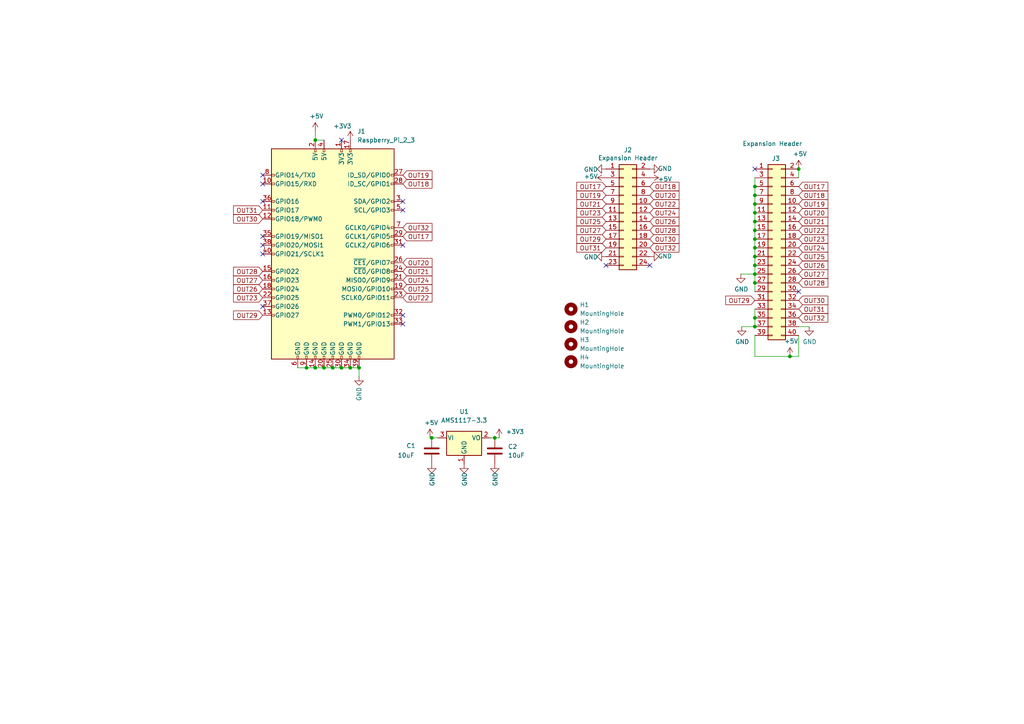
<source format=kicad_sch>
(kicad_sch (version 20211123) (generator eeschema)
  (paper "A4")
  (title_block (title "Input2Expansion") (date "2022-04-21") (rev "v2") (company "Scott Hanson"))
  (lib_symbols
    (symbol "Connector:Raspberry_Pi_2_3" (pin_names (offset 1.016))
      (property "Reference" "J" (at -17.78 31.75 0))
      (property "Value" "Raspberry_Pi_2_3" (at 10.16 -31.75 0))
      (symbol "Raspberry_Pi_2_3_0_1"
        (rectangle (start -17.78 30.48) (end 17.78 -30.48) (stroke (width 0.254)) (fill (type background)))
      )
      (symbol "Raspberry_Pi_2_3_1_1"
        (rectangle (start -16.891 -17.526) (end -17.78 -18.034))
        (rectangle (start -16.891 -14.986) (end -17.78 -15.494))
        (rectangle (start -16.891 -12.446) (end -17.78 -12.954))
        (rectangle (start -16.891 -9.906) (end -17.78 -10.414))
        (rectangle (start -16.891 -7.366) (end -17.78 -7.874))
        (rectangle (start -16.891 -4.826) (end -17.78 -5.334))
        (rectangle (start -16.891 0.254) (end -17.78 -0.254))
        (rectangle (start -16.891 2.794) (end -17.78 2.286))
        (rectangle (start -16.891 5.334) (end -17.78 4.826))
        (rectangle (start -16.891 10.414) (end -17.78 9.906))
        (rectangle (start -16.891 12.954) (end -17.78 12.446))
        (rectangle (start -16.891 15.494) (end -17.78 14.986))
        (rectangle (start -16.891 20.574) (end -17.78 20.066))
        (rectangle (start -16.891 23.114) (end -17.78 22.606))
        (rectangle (start -10.414 -29.591) (end -9.906 -30.48))
        (rectangle (start -7.874 -29.591) (end -7.366 -30.48))
        (rectangle (start -5.334 -29.591) (end -4.826 -30.48))
        (rectangle (start -5.334 30.48) (end -4.826 29.591))
        (rectangle (start -2.794 -29.591) (end -2.286 -30.48))
        (rectangle (start -2.794 30.48) (end -2.286 29.591))
        (rectangle (start -0.254 -29.591) (end 0.254 -30.48))
        (rectangle (start 2.286 -29.591) (end 2.794 -30.48))
        (rectangle (start 2.286 30.48) (end 2.794 29.591))
        (rectangle (start 4.826 -29.591) (end 5.334 -30.48))
        (rectangle (start 4.826 30.48) (end 5.334 29.591))
        (rectangle (start 7.366 -29.591) (end 7.874 -30.48))
        (rectangle (start 17.78 -20.066) (end 16.891 -20.574))
        (rectangle (start 17.78 -17.526) (end 16.891 -18.034))
        (rectangle (start 17.78 -12.446) (end 16.891 -12.954))
        (rectangle (start 17.78 -9.906) (end 16.891 -10.414))
        (rectangle (start 17.78 -7.366) (end 16.891 -7.874))
        (rectangle (start 17.78 -4.826) (end 16.891 -5.334))
        (rectangle (start 17.78 -2.286) (end 16.891 -2.794))
        (rectangle (start 17.78 2.794) (end 16.891 2.286))
        (rectangle (start 17.78 5.334) (end 16.891 4.826))
        (rectangle (start 17.78 7.874) (end 16.891 7.366))
        (rectangle (start 17.78 12.954) (end 16.891 12.446))
        (rectangle (start 17.78 15.494) (end 16.891 14.986))
        (rectangle (start 17.78 20.574) (end 16.891 20.066))
        (rectangle (start 17.78 23.114) (end 16.891 22.606))
        (pin power_in line (at 2.54 33.02 270) (length 2.54) (name "3V3") (number "1"))
        (pin bidirectional line (at -20.32 20.32 0) (length 2.54) (name "GPIO15/RXD") (number "10"))
        (pin bidirectional line (at -20.32 12.7 0) (length 2.54) (name "GPIO17") (number "11"))
        (pin bidirectional line (at -20.32 10.16 0) (length 2.54) (name "GPIO18/PWM0") (number "12"))
        (pin bidirectional line (at -20.32 -17.78 0) (length 2.54) (name "GPIO27") (number "13"))
        (pin power_in line (at -5.08 -33.02 90) (length 2.54) (name "GND") (number "14"))
        (pin bidirectional line (at -20.32 -5.08 0) (length 2.54) (name "GPIO22") (number "15"))
        (pin bidirectional line (at -20.32 -7.62 0) (length 2.54) (name "GPIO23") (number "16"))
        (pin power_in line (at 5.08 33.02 270) (length 2.54) (name "3V3") (number "17"))
        (pin bidirectional line (at -20.32 -10.16 0) (length 2.54) (name "GPIO24") (number "18"))
        (pin bidirectional line (at 20.32 -10.16 180) (length 2.54) (name "MOSI0/GPIO10") (number "19"))
        (pin power_in line (at -5.08 33.02 270) (length 2.54) (name "5V") (number "2"))
        (pin power_in line (at -2.54 -33.02 90) (length 2.54) (name "GND") (number "20"))
        (pin bidirectional line (at 20.32 -7.62 180) (length 2.54) (name "MISO0/GPIO9") (number "21"))
        (pin bidirectional line (at -20.32 -12.7 0) (length 2.54) (name "GPIO25") (number "22"))
        (pin bidirectional line (at 20.32 -12.7 180) (length 2.54) (name "SCLK0/GPIO11") (number "23"))
        (pin bidirectional line (at 20.32 -5.08 180) (length 2.54) (name "~{CE0}/GPIO8") (number "24"))
        (pin power_in line (at 0 -33.02 90) (length 2.54) (name "GND") (number "25"))
        (pin bidirectional line (at 20.32 -2.54 180) (length 2.54) (name "~{CE1}/GPIO7") (number "26"))
        (pin bidirectional line (at 20.32 22.86 180) (length 2.54) (name "ID_SD/GPIO0") (number "27"))
        (pin bidirectional line (at 20.32 20.32 180) (length 2.54) (name "ID_SC/GPIO1") (number "28"))
        (pin bidirectional line (at 20.32 5.08 180) (length 2.54) (name "GCLK1/GPIO5") (number "29"))
        (pin bidirectional line (at 20.32 15.24 180) (length 2.54) (name "SDA/GPIO2") (number "3"))
        (pin power_in line (at 2.54 -33.02 90) (length 2.54) (name "GND") (number "30"))
        (pin bidirectional line (at 20.32 2.54 180) (length 2.54) (name "GCLK2/GPIO6") (number "31"))
        (pin bidirectional line (at 20.32 -17.78 180) (length 2.54) (name "PWM0/GPIO12") (number "32"))
        (pin bidirectional line (at 20.32 -20.32 180) (length 2.54) (name "PWM1/GPIO13") (number "33"))
        (pin power_in line (at 5.08 -33.02 90) (length 2.54) (name "GND") (number "34"))
        (pin bidirectional line (at -20.32 5.08 0) (length 2.54) (name "GPIO19/MISO1") (number "35"))
        (pin bidirectional line (at -20.32 15.24 0) (length 2.54) (name "GPIO16") (number "36"))
        (pin bidirectional line (at -20.32 -15.24 0) (length 2.54) (name "GPIO26") (number "37"))
        (pin bidirectional line (at -20.32 2.54 0) (length 2.54) (name "GPIO20/MOSI1") (number "38"))
        (pin power_in line (at 7.62 -33.02 90) (length 2.54) (name "GND") (number "39"))
        (pin power_in line (at -2.54 33.02 270) (length 2.54) (name "5V") (number "4"))
        (pin bidirectional line (at -20.32 0 0) (length 2.54) (name "GPIO21/SCLK1") (number "40"))
        (pin bidirectional line (at 20.32 12.7 180) (length 2.54) (name "SCL/GPIO3") (number "5"))
        (pin power_in line (at -10.16 -33.02 90) (length 2.54) (name "GND") (number "6"))
        (pin bidirectional line (at 20.32 7.62 180) (length 2.54) (name "GCLK0/GPIO4") (number "7"))
        (pin bidirectional line (at -20.32 22.86 0) (length 2.54) (name "GPIO14/TXD") (number "8"))
        (pin power_in line (at -7.62 -33.02 90) (length 2.54) (name "GND") (number "9"))
      )
    )
    (symbol "Connector_Generic:Conn_02x12_Odd_Even" (pin_names (offset 1.016) hide)
      (property "Reference" "J" (at 1.27 15.24 0))
      (property "Value" "Conn_02x12_Odd_Even" (at 1.27 -17.78 0))
      (symbol "Conn_02x12_Odd_Even_1_1"
        (rectangle (start -1.27 -15.113) (end 0 -15.367) (stroke (width 0.1524)))
        (rectangle (start -1.27 -12.573) (end 0 -12.827) (stroke (width 0.1524)))
        (rectangle (start -1.27 -10.033) (end 0 -10.287) (stroke (width 0.1524)))
        (rectangle (start -1.27 -7.493) (end 0 -7.747) (stroke (width 0.1524)))
        (rectangle (start -1.27 -4.953) (end 0 -5.207) (stroke (width 0.1524)))
        (rectangle (start -1.27 -2.413) (end 0 -2.667) (stroke (width 0.1524)))
        (rectangle (start -1.27 0.127) (end 0 -0.127) (stroke (width 0.1524)))
        (rectangle (start -1.27 2.667) (end 0 2.413) (stroke (width 0.1524)))
        (rectangle (start -1.27 5.207) (end 0 4.953) (stroke (width 0.1524)))
        (rectangle (start -1.27 7.747) (end 0 7.493) (stroke (width 0.1524)))
        (rectangle (start -1.27 10.287) (end 0 10.033) (stroke (width 0.1524)))
        (rectangle (start -1.27 12.827) (end 0 12.573) (stroke (width 0.1524)))
        (rectangle (start -1.27 13.97) (end 3.81 -16.51) (stroke (width 0.254)) (fill (type background)))
        (rectangle (start 3.81 -15.113) (end 2.54 -15.367) (stroke (width 0.1524)))
        (rectangle (start 3.81 -12.573) (end 2.54 -12.827) (stroke (width 0.1524)))
        (rectangle (start 3.81 -10.033) (end 2.54 -10.287) (stroke (width 0.1524)))
        (rectangle (start 3.81 -7.493) (end 2.54 -7.747) (stroke (width 0.1524)))
        (rectangle (start 3.81 -4.953) (end 2.54 -5.207) (stroke (width 0.1524)))
        (rectangle (start 3.81 -2.413) (end 2.54 -2.667) (stroke (width 0.1524)))
        (rectangle (start 3.81 0.127) (end 2.54 -0.127) (stroke (width 0.1524)))
        (rectangle (start 3.81 2.667) (end 2.54 2.413) (stroke (width 0.1524)))
        (rectangle (start 3.81 5.207) (end 2.54 4.953) (stroke (width 0.1524)))
        (rectangle (start 3.81 7.747) (end 2.54 7.493) (stroke (width 0.1524)))
        (rectangle (start 3.81 10.287) (end 2.54 10.033) (stroke (width 0.1524)))
        (rectangle (start 3.81 12.827) (end 2.54 12.573) (stroke (width 0.1524)))
        (pin passive line (at -5.08 12.7 0) (length 3.81) (name "Pin_1") (number "1"))
        (pin passive line (at 7.62 2.54 180) (length 3.81) (name "Pin_10") (number "10"))
        (pin passive line (at -5.08 0 0) (length 3.81) (name "Pin_11") (number "11"))
        (pin passive line (at 7.62 0 180) (length 3.81) (name "Pin_12") (number "12"))
        (pin passive line (at -5.08 -2.54 0) (length 3.81) (name "Pin_13") (number "13"))
        (pin passive line (at 7.62 -2.54 180) (length 3.81) (name "Pin_14") (number "14"))
        (pin passive line (at -5.08 -5.08 0) (length 3.81) (name "Pin_15") (number "15"))
        (pin passive line (at 7.62 -5.08 180) (length 3.81) (name "Pin_16") (number "16"))
        (pin passive line (at -5.08 -7.62 0) (length 3.81) (name "Pin_17") (number "17"))
        (pin passive line (at 7.62 -7.62 180) (length 3.81) (name "Pin_18") (number "18"))
        (pin passive line (at -5.08 -10.16 0) (length 3.81) (name "Pin_19") (number "19"))
        (pin passive line (at 7.62 12.7 180) (length 3.81) (name "Pin_2") (number "2"))
        (pin passive line (at 7.62 -10.16 180) (length 3.81) (name "Pin_20") (number "20"))
        (pin passive line (at -5.08 -12.7 0) (length 3.81) (name "Pin_21") (number "21"))
        (pin passive line (at 7.62 -12.7 180) (length 3.81) (name "Pin_22") (number "22"))
        (pin passive line (at -5.08 -15.24 0) (length 3.81) (name "Pin_23") (number "23"))
        (pin passive line (at 7.62 -15.24 180) (length 3.81) (name "Pin_24") (number "24"))
        (pin passive line (at -5.08 10.16 0) (length 3.81) (name "Pin_3") (number "3"))
        (pin passive line (at 7.62 10.16 180) (length 3.81) (name "Pin_4") (number "4"))
        (pin passive line (at -5.08 7.62 0) (length 3.81) (name "Pin_5") (number "5"))
        (pin passive line (at 7.62 7.62 180) (length 3.81) (name "Pin_6") (number "6"))
        (pin passive line (at -5.08 5.08 0) (length 3.81) (name "Pin_7") (number "7"))
        (pin passive line (at 7.62 5.08 180) (length 3.81) (name "Pin_8") (number "8"))
        (pin passive line (at -5.08 2.54 0) (length 3.81) (name "Pin_9") (number "9"))
      )
    )
    (symbol "Connector_Generic:Conn_02x20_Odd_Even" (pin_names (offset 1.016) hide)
      (property "Reference" "J" (at 1.27 25.4 0))
      (property "Value" "Conn_02x20_Odd_Even" (at 1.27 -27.94 0))
      (symbol "Conn_02x20_Odd_Even_1_1"
        (rectangle (start -1.27 -25.273) (end 0 -25.527) (stroke (width 0.1524)))
        (rectangle (start -1.27 -22.733) (end 0 -22.987) (stroke (width 0.1524)))
        (rectangle (start -1.27 -20.193) (end 0 -20.447) (stroke (width 0.1524)))
        (rectangle (start -1.27 -17.653) (end 0 -17.907) (stroke (width 0.1524)))
        (rectangle (start -1.27 -15.113) (end 0 -15.367) (stroke (width 0.1524)))
        (rectangle (start -1.27 -12.573) (end 0 -12.827) (stroke (width 0.1524)))
        (rectangle (start -1.27 -10.033) (end 0 -10.287) (stroke (width 0.1524)))
        (rectangle (start -1.27 -7.493) (end 0 -7.747) (stroke (width 0.1524)))
        (rectangle (start -1.27 -4.953) (end 0 -5.207) (stroke (width 0.1524)))
        (rectangle (start -1.27 -2.413) (end 0 -2.667) (stroke (width 0.1524)))
        (rectangle (start -1.27 0.127) (end 0 -0.127) (stroke (width 0.1524)))
        (rectangle (start -1.27 2.667) (end 0 2.413) (stroke (width 0.1524)))
        (rectangle (start -1.27 5.207) (end 0 4.953) (stroke (width 0.1524)))
        (rectangle (start -1.27 7.747) (end 0 7.493) (stroke (width 0.1524)))
        (rectangle (start -1.27 10.287) (end 0 10.033) (stroke (width 0.1524)))
        (rectangle (start -1.27 12.827) (end 0 12.573) (stroke (width 0.1524)))
        (rectangle (start -1.27 15.367) (end 0 15.113) (stroke (width 0.1524)))
        (rectangle (start -1.27 17.907) (end 0 17.653) (stroke (width 0.1524)))
        (rectangle (start -1.27 20.447) (end 0 20.193) (stroke (width 0.1524)))
        (rectangle (start -1.27 22.987) (end 0 22.733) (stroke (width 0.1524)))
        (rectangle (start -1.27 24.13) (end 3.81 -26.67) (stroke (width 0.254)) (fill (type background)))
        (rectangle (start 3.81 -25.273) (end 2.54 -25.527) (stroke (width 0.1524)))
        (rectangle (start 3.81 -22.733) (end 2.54 -22.987) (stroke (width 0.1524)))
        (rectangle (start 3.81 -20.193) (end 2.54 -20.447) (stroke (width 0.1524)))
        (rectangle (start 3.81 -17.653) (end 2.54 -17.907) (stroke (width 0.1524)))
        (rectangle (start 3.81 -15.113) (end 2.54 -15.367) (stroke (width 0.1524)))
        (rectangle (start 3.81 -12.573) (end 2.54 -12.827) (stroke (width 0.1524)))
        (rectangle (start 3.81 -10.033) (end 2.54 -10.287) (stroke (width 0.1524)))
        (rectangle (start 3.81 -7.493) (end 2.54 -7.747) (stroke (width 0.1524)))
        (rectangle (start 3.81 -4.953) (end 2.54 -5.207) (stroke (width 0.1524)))
        (rectangle (start 3.81 -2.413) (end 2.54 -2.667) (stroke (width 0.1524)))
        (rectangle (start 3.81 0.127) (end 2.54 -0.127) (stroke (width 0.1524)))
        (rectangle (start 3.81 2.667) (end 2.54 2.413) (stroke (width 0.1524)))
        (rectangle (start 3.81 5.207) (end 2.54 4.953) (stroke (width 0.1524)))
        (rectangle (start 3.81 7.747) (end 2.54 7.493) (stroke (width 0.1524)))
        (rectangle (start 3.81 10.287) (end 2.54 10.033) (stroke (width 0.1524)))
        (rectangle (start 3.81 12.827) (end 2.54 12.573) (stroke (width 0.1524)))
        (rectangle (start 3.81 15.367) (end 2.54 15.113) (stroke (width 0.1524)))
        (rectangle (start 3.81 17.907) (end 2.54 17.653) (stroke (width 0.1524)))
        (rectangle (start 3.81 20.447) (end 2.54 20.193) (stroke (width 0.1524)))
        (rectangle (start 3.81 22.987) (end 2.54 22.733) (stroke (width 0.1524)))
        (pin passive line (at -5.08 22.86 0) (length 3.81) (name "Pin_1") (number "1"))
        (pin passive line (at 7.62 12.7 180) (length 3.81) (name "Pin_10") (number "10"))
        (pin passive line (at -5.08 10.16 0) (length 3.81) (name "Pin_11") (number "11"))
        (pin passive line (at 7.62 10.16 180) (length 3.81) (name "Pin_12") (number "12"))
        (pin passive line (at -5.08 7.62 0) (length 3.81) (name "Pin_13") (number "13"))
        (pin passive line (at 7.62 7.62 180) (length 3.81) (name "Pin_14") (number "14"))
        (pin passive line (at -5.08 5.08 0) (length 3.81) (name "Pin_15") (number "15"))
        (pin passive line (at 7.62 5.08 180) (length 3.81) (name "Pin_16") (number "16"))
        (pin passive line (at -5.08 2.54 0) (length 3.81) (name "Pin_17") (number "17"))
        (pin passive line (at 7.62 2.54 180) (length 3.81) (name "Pin_18") (number "18"))
        (pin passive line (at -5.08 0 0) (length 3.81) (name "Pin_19") (number "19"))
        (pin passive line (at 7.62 22.86 180) (length 3.81) (name "Pin_2") (number "2"))
        (pin passive line (at 7.62 0 180) (length 3.81) (name "Pin_20") (number "20"))
        (pin passive line (at -5.08 -2.54 0) (length 3.81) (name "Pin_21") (number "21"))
        (pin passive line (at 7.62 -2.54 180) (length 3.81) (name "Pin_22") (number "22"))
        (pin passive line (at -5.08 -5.08 0) (length 3.81) (name "Pin_23") (number "23"))
        (pin passive line (at 7.62 -5.08 180) (length 3.81) (name "Pin_24") (number "24"))
        (pin passive line (at -5.08 -7.62 0) (length 3.81) (name "Pin_25") (number "25"))
        (pin passive line (at 7.62 -7.62 180) (length 3.81) (name "Pin_26") (number "26"))
        (pin passive line (at -5.08 -10.16 0) (length 3.81) (name "Pin_27") (number "27"))
        (pin passive line (at 7.62 -10.16 180) (length 3.81) (name "Pin_28") (number "28"))
        (pin passive line (at -5.08 -12.7 0) (length 3.81) (name "Pin_29") (number "29"))
        (pin passive line (at -5.08 20.32 0) (length 3.81) (name "Pin_3") (number "3"))
        (pin passive line (at 7.62 -12.7 180) (length 3.81) (name "Pin_30") (number "30"))
        (pin passive line (at -5.08 -15.24 0) (length 3.81) (name "Pin_31") (number "31"))
        (pin passive line (at 7.62 -15.24 180) (length 3.81) (name "Pin_32") (number "32"))
        (pin passive line (at -5.08 -17.78 0) (length 3.81) (name "Pin_33") (number "33"))
        (pin passive line (at 7.62 -17.78 180) (length 3.81) (name "Pin_34") (number "34"))
        (pin passive line (at -5.08 -20.32 0) (length 3.81) (name "Pin_35") (number "35"))
        (pin passive line (at 7.62 -20.32 180) (length 3.81) (name "Pin_36") (number "36"))
        (pin passive line (at -5.08 -22.86 0) (length 3.81) (name "Pin_37") (number "37"))
        (pin passive line (at 7.62 -22.86 180) (length 3.81) (name "Pin_38") (number "38"))
        (pin passive line (at -5.08 -25.4 0) (length 3.81) (name "Pin_39") (number "39"))
        (pin passive line (at 7.62 20.32 180) (length 3.81) (name "Pin_4") (number "4"))
        (pin passive line (at 7.62 -25.4 180) (length 3.81) (name "Pin_40") (number "40"))
        (pin passive line (at -5.08 17.78 0) (length 3.81) (name "Pin_5") (number "5"))
        (pin passive line (at 7.62 17.78 180) (length 3.81) (name "Pin_6") (number "6"))
        (pin passive line (at -5.08 15.24 0) (length 3.81) (name "Pin_7") (number "7"))
        (pin passive line (at 7.62 15.24 180) (length 3.81) (name "Pin_8") (number "8"))
        (pin passive line (at -5.08 12.7 0) (length 3.81) (name "Pin_9") (number "9"))
      )
    )
    (symbol "Device:C" (pin_numbers hide) (pin_names (offset 0.254))
      (property "Reference" "C" (at 0.635 2.54 0))
      (property "Value" "C" (at 0.635 -2.54 0))
      (symbol "C_0_1"
        (polyline (pts (xy -2.032 -0.762) (xy 2.032 -0.762)) (stroke (width 0.508)))
        (polyline (pts (xy -2.032 0.762) (xy 2.032 0.762)) (stroke (width 0.508)))
      )
      (symbol "C_1_1"
        (pin passive line (at 0 3.81 270) (length 2.794) (name "~") (number "1"))
        (pin passive line (at 0 -3.81 90) (length 2.794) (name "~") (number "2"))
      )
    )
    (symbol "Mechanical:MountingHole" (pin_names (offset 1.016))
      (property "Reference" "H" (at 0 5.08 0))
      (property "Value" "MountingHole" (at 0 3.175 0))
      (symbol "MountingHole_0_1"
        (circle (center 0 0) (radius 1.27) (stroke (width 1.27)))
      )
    )
    (symbol "Regulator_Linear:AMS1117-3.3" (pin_names (offset 0.254))
      (property "Reference" "U" (at -3.81 3.175 0))
      (property "Value" "AMS1117-3.3" (at 0 3.175 0))
      (symbol "AMS1117-3.3_0_1"
        (rectangle (start -5.08 -5.08) (end 5.08 1.905) (stroke (width 0.254)) (fill (type background)))
      )
      (symbol "AMS1117-3.3_1_1"
        (pin power_in line (at 0 -7.62 90) (length 2.54) (name "GND") (number "1"))
        (pin power_out line (at 7.62 0 180) (length 2.54) (name "VO") (number "2"))
        (pin power_in line (at -7.62 0 0) (length 2.54) (name "VI") (number "3"))
      )
    )
    (symbol "power:+3.3V" (power) (pin_names (offset 0))
      (property "Value" "+3.3V" (at 0 3.556 0))
      (symbol "+3.3V_0_1"
        (polyline (pts (xy -0.762 1.27) (xy 0 2.54)))
        (polyline (pts (xy 0 0) (xy 0 2.54)))
        (polyline (pts (xy 0 2.54) (xy 0.762 1.27)))
      )
      (symbol "+3.3V_1_1"
        (pin power_in line (at 0 0 90) (length 0) hide (name "+3V3") (number "1"))
      )
    )
    (symbol "power:+5V" (power) (pin_names (offset 0))
      (property "Value" "+5V" (at 0 3.556 0))
      (symbol "+5V_0_1"
        (polyline (pts (xy -0.762 1.27) (xy 0 2.54)))
        (polyline (pts (xy 0 0) (xy 0 2.54)))
        (polyline (pts (xy 0 2.54) (xy 0.762 1.27)))
      )
      (symbol "+5V_1_1"
        (pin power_in line (at 0 0 90) (length 0) hide (name "+5V") (number "1"))
      )
    )
    (symbol "power:GND" (power) (pin_names (offset 0))
      (property "Value" "GND" (at 0 -3.81 0))
      (symbol "GND_0_1"
        (polyline (pts (xy 0 0) (xy 0 -1.27) (xy 1.27 -1.27) (xy 0 -2.54) (xy -1.27 -1.27) (xy 0 -1.27)))
      )
      (symbol "GND_1_1"
        (pin power_in line (at 0 0 270) (length 0) hide (name "GND") (number "1"))
      )
    )
  )
  (junction (at 93.98 106.68))
  (junction (at 143.51 127))
  (junction (at 218.948 94.742))
  (junction (at 218.948 71.882))
  (junction (at 218.948 59.182))
  (junction (at 96.52 106.68))
  (junction (at 125.222 127))
  (junction (at 218.948 79.502))
  (junction (at 104.14 106.68))
  (junction (at 88.9 106.68))
  (junction (at 229.108 103.378))
  (junction (at 218.948 74.422))
  (junction (at 218.948 69.342))
  (junction (at 231.648 49.022))
  (junction (at 218.948 56.642))
  (junction (at 99.06 106.68))
  (junction (at 218.948 61.722))
  (junction (at 91.44 106.68))
  (junction (at 218.948 66.802))
  (junction (at 218.948 54.102))
  (junction (at 218.948 64.262))
  (junction (at 218.948 92.202))
  (junction (at 218.948 76.962))
  (junction (at 218.948 82.042))
  (junction (at 101.6 106.68))
  (junction (at 91.44 40.64))
  (no_connect (at 116.84 71.12))
  (no_connect (at 116.84 60.96))
  (no_connect (at 116.84 58.42))
  (no_connect (at 76.2 71.12))
  (no_connect (at 76.2 73.66))
  (no_connect (at 76.2 88.9))
  (no_connect (at 99.06 40.64))
  (no_connect (at 76.2 68.58))
  (no_connect (at 76.2 58.42))
  (no_connect (at 76.2 53.34))
  (no_connect (at 76.2 50.8))
  (no_connect (at 116.84 93.98))
  (no_connect (at 116.84 91.44))
  (no_connect (at 218.948 49.022))
  (no_connect (at 231.648 84.582))
  (no_connect (at 175.768 76.962))
  (no_connect (at 188.468 76.962))
  (wire (pts (xy 218.948 54.102) (xy 218.948 56.642)))
  (wire (pts (xy 218.948 66.802) (xy 218.948 69.342)))
  (wire (pts (xy 218.948 89.662) (xy 218.948 92.202)))
  (wire (pts (xy 231.648 103.378) (xy 229.108 103.378)))
  (wire (pts (xy 218.948 51.562) (xy 218.948 54.102)))
  (wire (pts (xy 218.948 97.282) (xy 218.948 103.378)))
  (wire (pts (xy 101.6 106.68) (xy 104.14 106.68)))
  (wire (pts (xy 218.948 71.882) (xy 218.948 74.422)))
  (wire (pts (xy 218.948 79.502) (xy 218.948 82.042)))
  (wire (pts (xy 231.648 97.282) (xy 231.648 103.378)))
  (wire (pts (xy 142.24 127) (xy 143.51 127)))
  (wire (pts (xy 124.714 127) (xy 125.222 127)))
  (wire (pts (xy 143.51 127) (xy 144.78 127)))
  (wire (pts (xy 91.44 40.64) (xy 93.98 40.64)))
  (wire (pts (xy 96.52 106.68) (xy 99.06 106.68)))
  (wire (pts (xy 218.948 94.742) (xy 215.138 94.742)))
  (wire (pts (xy 91.44 106.68) (xy 93.98 106.68)))
  (wire (pts (xy 104.14 109.22) (xy 104.14 106.68)))
  (wire (pts (xy 125.222 127) (xy 127 127)))
  (wire (pts (xy 218.948 59.182) (xy 218.948 61.722)))
  (wire (pts (xy 218.948 92.202) (xy 218.948 94.742)))
  (wire (pts (xy 218.948 56.642) (xy 218.948 59.182)))
  (wire (pts (xy 231.648 49.022) (xy 231.648 51.562)))
  (wire (pts (xy 229.108 103.378) (xy 218.948 103.378)))
  (wire (pts (xy 99.06 106.68) (xy 101.6 106.68)))
  (wire (pts (xy 218.948 76.962) (xy 218.948 79.502)))
  (wire (pts (xy 218.948 82.042) (xy 218.948 84.582)))
  (wire (pts (xy 93.98 106.68) (xy 96.52 106.68)))
  (wire (pts (xy 218.948 61.722) (xy 218.948 64.262)))
  (wire (pts (xy 91.44 38.1) (xy 91.44 40.64)))
  (wire (pts (xy 218.948 79.502) (xy 214.884 79.502)))
  (wire (pts (xy 231.648 94.742) (xy 234.696 94.742)))
  (wire (pts (xy 88.9 106.68) (xy 91.44 106.68)))
  (wire (pts (xy 218.948 64.262) (xy 218.948 66.802)))
  (wire (pts (xy 218.948 69.342) (xy 218.948 71.882)))
  (wire (pts (xy 218.948 74.422) (xy 218.948 76.962)))
  (wire (pts (xy 86.36 106.68) (xy 88.9 106.68)))
  (global_label "OUT26" (shape input) (at 76.2 83.82 180) (property "Intersheet References" "${INTERSHEET_REFS}" (effects hide)))
  (global_label "OUT21" (shape input) (at 231.648 64.262 0) (property "Intersheet References" "${INTERSHEET_REFS}" (effects hide)))
  (global_label "OUT30" (shape input) (at 188.468 69.342 0) (property "Intersheet References" "${INTERSHEET_REFS}" (effects hide)))
  (global_label "OUT17" (shape input) (at 175.768 54.102 180) (property "Intersheet References" "${INTERSHEET_REFS}" (effects hide)))
  (global_label "OUT25" (shape input) (at 175.768 64.262 180) (property "Intersheet References" "${INTERSHEET_REFS}" (effects hide)))
  (global_label "OUT20" (shape input) (at 188.468 56.642 0) (property "Intersheet References" "${INTERSHEET_REFS}" (effects hide)))
  (global_label "OUT28" (shape input) (at 188.468 66.802 0) (property "Intersheet References" "${INTERSHEET_REFS}" (effects hide)))
  (global_label "OUT19" (shape input) (at 116.84 50.8 0) (property "Intersheet References" "${INTERSHEET_REFS}" (effects hide)))
  (global_label "OUT20" (shape input) (at 231.648 61.722 0) (property "Intersheet References" "${INTERSHEET_REFS}" (effects hide)))
  (global_label "OUT24" (shape input) (at 231.648 71.882 0) (property "Intersheet References" "${INTERSHEET_REFS}" (effects hide)))
  (global_label "OUT25" (shape input) (at 231.648 74.422 0) (property "Intersheet References" "${INTERSHEET_REFS}" (effects hide)))
  (global_label "OUT25" (shape input) (at 116.84 83.82 0) (property "Intersheet References" "${INTERSHEET_REFS}" (effects hide)))
  (global_label "OUT29" (shape input) (at 76.2 91.44 180) (property "Intersheet References" "${INTERSHEET_REFS}" (effects hide)))
  (global_label "OUT17" (shape input) (at 116.84 68.58 0) (property "Intersheet References" "${INTERSHEET_REFS}" (effects hide)))
  (global_label "OUT31" (shape input) (at 76.2 60.96 180) (property "Intersheet References" "${INTERSHEET_REFS}" (effects hide)))
  (global_label "OUT19" (shape input) (at 231.648 59.182 0) (property "Intersheet References" "${INTERSHEET_REFS}" (effects hide)))
  (global_label "OUT20" (shape input) (at 116.84 76.2 0) (property "Intersheet References" "${INTERSHEET_REFS}" (effects hide)))
  (global_label "OUT22" (shape input) (at 231.648 66.802 0) (property "Intersheet References" "${INTERSHEET_REFS}" (effects hide)))
  (global_label "OUT17" (shape input) (at 231.648 54.102 0) (property "Intersheet References" "${INTERSHEET_REFS}" (effects hide)))
  (global_label "OUT30" (shape input) (at 231.648 87.122 0) (property "Intersheet References" "${INTERSHEET_REFS}" (effects hide)))
  (global_label "OUT23" (shape input) (at 231.648 69.342 0) (property "Intersheet References" "${INTERSHEET_REFS}" (effects hide)))
  (global_label "OUT28" (shape input) (at 76.2 78.74 180) (property "Intersheet References" "${INTERSHEET_REFS}" (effects hide)))
  (global_label "OUT22" (shape input) (at 188.468 59.182 0) (property "Intersheet References" "${INTERSHEET_REFS}" (effects hide)))
  (global_label "OUT26" (shape input) (at 231.648 76.962 0) (property "Intersheet References" "${INTERSHEET_REFS}" (effects hide)))
  (global_label "OUT27" (shape input) (at 175.768 66.802 180) (property "Intersheet References" "${INTERSHEET_REFS}" (effects hide)))
  (global_label "OUT31" (shape input) (at 175.768 71.882 180) (property "Intersheet References" "${INTERSHEET_REFS}" (effects hide)))
  (global_label "OUT29" (shape input) (at 218.948 87.122 180) (property "Intersheet References" "${INTERSHEET_REFS}" (effects hide)))
  (global_label "OUT19" (shape input) (at 175.768 56.642 180) (property "Intersheet References" "${INTERSHEET_REFS}" (effects hide)))
  (global_label "OUT18" (shape input) (at 231.648 56.642 0) (property "Intersheet References" "${INTERSHEET_REFS}" (effects hide)))
  (global_label "OUT32" (shape input) (at 188.468 71.882 0) (property "Intersheet References" "${INTERSHEET_REFS}" (effects hide)))
  (global_label "OUT32" (shape input) (at 116.84 66.04 0) (property "Intersheet References" "${INTERSHEET_REFS}" (effects hide)))
  (global_label "OUT21" (shape input) (at 116.84 78.74 0) (property "Intersheet References" "${INTERSHEET_REFS}" (effects hide)))
  (global_label "OUT23" (shape input) (at 76.2 86.36 180) (property "Intersheet References" "${INTERSHEET_REFS}" (effects hide)))
  (global_label "OUT18" (shape input) (at 188.468 54.102 0) (property "Intersheet References" "${INTERSHEET_REFS}" (effects hide)))
  (global_label "OUT30" (shape input) (at 76.2 63.5 180) (property "Intersheet References" "${INTERSHEET_REFS}" (effects hide)))
  (global_label "OUT18" (shape input) (at 116.84 53.34 0) (property "Intersheet References" "${INTERSHEET_REFS}" (effects hide)))
  (global_label "OUT27" (shape input) (at 76.2 81.28 180) (property "Intersheet References" "${INTERSHEET_REFS}" (effects hide)))
  (global_label "OUT22" (shape input) (at 116.84 86.36 0) (property "Intersheet References" "${INTERSHEET_REFS}" (effects hide)))
  (global_label "OUT32" (shape input) (at 231.648 92.202 0) (property "Intersheet References" "${INTERSHEET_REFS}" (effects hide)))
  (global_label "OUT29" (shape input) (at 175.768 69.342 180) (property "Intersheet References" "${INTERSHEET_REFS}" (effects hide)))
  (global_label "OUT24" (shape input) (at 116.84 81.28 0) (property "Intersheet References" "${INTERSHEET_REFS}" (effects hide)))
  (global_label "OUT21" (shape input) (at 175.768 59.182 180) (property "Intersheet References" "${INTERSHEET_REFS}" (effects hide)))
  (global_label "OUT31" (shape input) (at 231.648 89.662 0) (property "Intersheet References" "${INTERSHEET_REFS}" (effects hide)))
  (global_label "OUT24" (shape input) (at 188.468 61.722 0) (property "Intersheet References" "${INTERSHEET_REFS}" (effects hide)))
  (global_label "OUT26" (shape input) (at 188.468 64.262 0) (property "Intersheet References" "${INTERSHEET_REFS}" (effects hide)))
  (global_label "OUT23" (shape input) (at 175.768 61.722 180) (property "Intersheet References" "${INTERSHEET_REFS}" (effects hide)))
  (global_label "OUT28" (shape input) (at 231.648 82.042 0) (property "Intersheet References" "${INTERSHEET_REFS}" (effects hide)))
  (global_label "OUT27" (shape input) (at 231.648 79.502 0) (property "Intersheet References" "${INTERSHEET_REFS}" (effects hide)))
  (symbol (lib_id "Mechanical:MountingHole") (at 165.608 94.742 0) (unit 1)
    (property "Reference" "H2" (at 168.148 93.4719 0) (effects (justify left)))
    (property "Value" "MountingHole" (at 168.148 96.0119 0) (effects (justify left)))
    (property "Footprint" "MountingHole:MountingHole_3.2mm_M3" (effects hide))
  )
  (symbol (lib_id "power:+5V") (at 175.768 51.562 90) (unit 1)
    (property "Reference" "#PWR04" (effects hide))
    (property "Value" "+5V" (at 171.3738 51.181 90))
  )
  (symbol (lib_id "Connector_Generic:Conn_02x12_Odd_Even") (at 180.848 61.722 0) (unit 1)
    (property "Reference" "J2" (at 182.118 43.5102 0))
    (property "Value" "Expansion Header" (at 182.118 45.8216 0))
    (property "Footprint" "302-S241:OST_302-S241" (effects hide))
    (property "Digi-Key_PN" "ED10525-ND" (effects hide))
    (property "MPN" "302-S241" (effects hide))
    (property "LCSC" "C221083" (effects hide))
  )
  (symbol (lib_id "Connector:Raspberry_Pi_2_3") (at 96.52 73.66 0) (unit 1)
    (property "Reference" "J1" (at 103.6194 38.1 0) (effects (justify left)))
    (property "Value" "Raspberry_Pi_2_3" (at 103.6194 40.64 0) (effects (justify left)))
    (property "Footprint" "MCU_RaspberryPi_and_Boards:Raspberry_Pi_Hat_Socketed_THT_FaceDown_MountingHoles" (effects hide))
    (property "Datasheet" "https://www.raspberrypi.org/documentation/hardware/raspberrypi/schematics/rpi_SCH_3bplus_1p0_reduced.pdf" (effects hide))
    (property "LCSC" "C124383" (effects hide))
  )
  (symbol (lib_id "power:GND") (at 104.14 109.22 0) (unit 1)
    (property "Reference" "#PWR02" (effects hide))
    (property "Value" "GND" (at 104.14 114.3 90))
  )
  (symbol (lib_id "power:+3.3V") (at 144.78 127 0) (unit 1)
    (property "Reference" "#PWR019" (effects hide))
    (property "Value" "+3.3V" (at 149.352 125.222 0))
  )
  (symbol (lib_id "power:GND") (at 125.222 134.62 0) (unit 1)
    (property "Reference" "#PWR016" (effects hide))
    (property "Value" "GND" (at 125.349 139.0142 90))
  )
  (symbol (lib_id "Device:C") (at 125.222 130.81 0) (unit 1)
    (property "Reference" "C1" (at 117.856 129.286 0) (effects (justify left)))
    (property "Value" "10uF" (at 115.316 132.08 0) (effects (justify left)))
    (property "Footprint" "Capacitor_SMD:C_0805_2012Metric_Pad1.18x1.45mm_HandSolder" (effects hide))
    (property "LCSC" "C15850" (effects hide))
  )
  (symbol (lib_id "power:GND") (at 214.884 79.502 0) (unit 1)
    (property "Reference" "#PWR09" (effects hide))
    (property "Value" "GND" (at 215.011 83.8962 0))
  )
  (symbol (lib_id "power:GND") (at 234.696 94.742 0) (unit 1)
    (property "Reference" "#PWR013" (effects hide))
    (property "Value" "GND" (at 234.823 99.1362 0))
  )
  (symbol (lib_id "power:+5V") (at 231.648 49.022 0) (unit 1)
    (property "Reference" "#PWR012" (effects hide))
    (property "Value" "+5V" (at 232.029 44.6278 0))
  )
  (symbol (lib_id "power:+5V") (at 229.108 103.378 0) (unit 1)
    (property "Reference" "#PWR011" (effects hide))
    (property "Value" "+5V" (at 229.489 98.9838 0))
  )
  (symbol (lib_id "power:+5V") (at 188.468 51.562 270) (unit 1)
    (property "Reference" "#PWR07" (effects hide))
    (property "Value" "+5V" (at 192.8622 51.943 90))
  )
  (symbol (lib_id "power:+5V") (at 91.44 38.1 0) (unit 1)
    (property "Reference" "#PWR01" (effects hide))
    (property "Value" "+5V" (at 91.821 33.7058 0))
  )
  (symbol (lib_id "power:GND") (at 188.468 74.422 90) (unit 1)
    (property "Reference" "#PWR08" (effects hide))
    (property "Value" "GND" (at 192.8622 74.295 90))
  )
  (symbol (lib_id "Mechanical:MountingHole") (at 165.608 104.902 0) (unit 1)
    (property "Reference" "H4" (at 168.148 103.6319 0) (effects (justify left)))
    (property "Value" "MountingHole" (at 168.148 106.1719 0) (effects (justify left)))
    (property "Footprint" "MountingHole:MountingHole_3.2mm_M3" (effects hide))
  )
  (symbol (lib_id "power:GND") (at 215.138 94.742 0) (unit 1)
    (property "Reference" "#PWR010" (effects hide))
    (property "Value" "GND" (at 215.265 99.1362 0))
  )
  (symbol (lib_id "power:GND") (at 175.768 74.422 270) (unit 1)
    (property "Reference" "#PWR05" (effects hide))
    (property "Value" "GND" (at 171.3738 74.549 90))
  )
  (symbol (lib_id "Mechanical:MountingHole") (at 165.608 99.822 0) (unit 1)
    (property "Reference" "H3" (at 168.148 98.5519 0) (effects (justify left)))
    (property "Value" "MountingHole" (at 168.148 101.0919 0) (effects (justify left)))
    (property "Footprint" "MountingHole:MountingHole_3.2mm_M3" (effects hide))
  )
  (symbol (lib_id "power:+3.3V") (at 101.6 40.64 0) (unit 1)
    (property "Reference" "#PWR014" (effects hide))
    (property "Value" "+3.3V" (at 99.314 36.576 0))
  )
  (symbol (lib_id "Device:C") (at 143.51 130.81 0) (unit 1)
    (property "Reference" "C2" (at 147.32 129.5399 0) (effects (justify left)))
    (property "Value" "10uF" (at 147.32 132.0799 0) (effects (justify left)))
    (property "Footprint" "Capacitor_SMD:C_0805_2012Metric_Pad1.18x1.45mm_HandSolder" (effects hide))
    (property "LCSC" "C15850" (effects hide))
  )
  (symbol (lib_id "power:+5V") (at 124.714 127 0) (unit 1)
    (property "Reference" "#PWR015" (effects hide))
    (property "Value" "+5V" (at 125.095 122.6058 0))
  )
  (symbol (lib_id "Regulator_Linear:AMS1117-3.3") (at 134.62 127 0) (unit 1)
    (property "Reference" "U1" (at 134.62 119.38 0))
    (property "Value" "AMS1117-3.3" (at 134.62 121.92 0))
    (property "Footprint" "Package_TO_SOT_SMD:SOT-223-3_TabPin2" (effects hide))
    (property "Datasheet" "http://www.advanced-monolithic.com/pdf/ds1117.pdf" (effects hide))
    (property "LCSC" "C6186" (effects hide))
  )
  (symbol (lib_id "power:GND") (at 134.62 134.62 0) (unit 1)
    (property "Reference" "#PWR017" (effects hide))
    (property "Value" "GND" (at 134.747 139.0142 90))
  )
  (symbol (lib_id "power:GND") (at 175.768 49.022 270) (unit 1)
    (property "Reference" "#PWR03" (effects hide))
    (property "Value" "GND" (at 171.3738 49.149 90))
  )
  (symbol (lib_id "power:GND") (at 143.51 134.62 0) (unit 1)
    (property "Reference" "#PWR018" (effects hide))
    (property "Value" "GND" (at 143.637 139.0142 90))
  )
  (symbol (lib_id "Connector_Generic:Conn_02x20_Odd_Even") (at 224.028 71.882 0) (unit 1)
    (property "Reference" "J3" (at 225.044 45.974 0))
    (property "Value" "Expansion Header" (at 224.028 41.656 0))
    (property "Footprint" "Connector_IDC:IDC-Header_2x20_P2.54mm_Vertical" (effects hide))
    (property "Digi-Key_PN" "S9175-ND" (effects hide))
    (property "MPN" "SBH11-PBPC-D20-ST-BK" (effects hide))
    (property "LCSC" "C358750" (effects hide))
  )
  (symbol (lib_id "Mechanical:MountingHole") (at 165.608 89.662 0) (unit 1)
    (property "Reference" "H1" (at 168.148 88.3919 0) (effects (justify left)))
    (property "Value" "MountingHole" (at 168.148 90.9319 0) (effects (justify left)))
    (property "Footprint" "MountingHole:MountingHole_3.2mm_M3" (effects hide))
  )
  (symbol (lib_id "power:GND") (at 188.468 49.022 90) (unit 1)
    (property "Reference" "#PWR06" (effects hide))
    (property "Value" "GND" (at 192.8622 48.895 90))
  )
)
</source>
